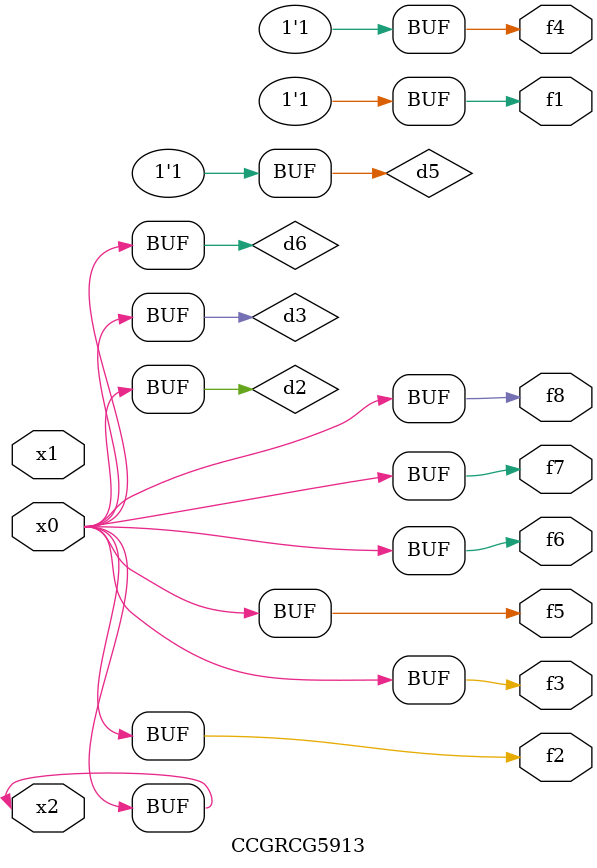
<source format=v>
module CCGRCG5913(
	input x0, x1, x2,
	output f1, f2, f3, f4, f5, f6, f7, f8
);

	wire d1, d2, d3, d4, d5, d6;

	xnor (d1, x2);
	buf (d2, x0, x2);
	and (d3, x0);
	xnor (d4, x1, x2);
	nand (d5, d1, d3);
	buf (d6, d2, d3);
	assign f1 = d5;
	assign f2 = d6;
	assign f3 = d6;
	assign f4 = d5;
	assign f5 = d6;
	assign f6 = d6;
	assign f7 = d6;
	assign f8 = d6;
endmodule

</source>
